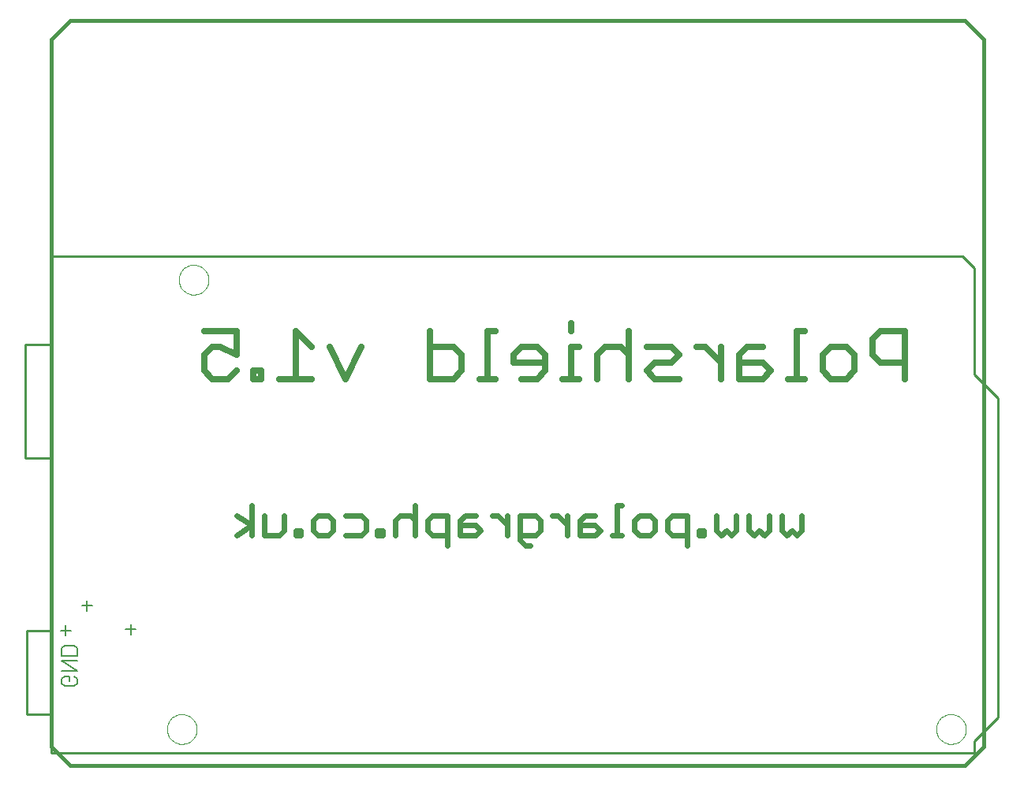
<source format=gbo>
G75*
G70*
%OFA0B0*%
%FSLAX24Y24*%
%IPPOS*%
%LPD*%
%AMOC8*
5,1,8,0,0,1.08239X$1,22.5*
%
%ADD10C,0.0160*%
%ADD11C,0.0280*%
%ADD12C,0.0230*%
%ADD13C,0.0060*%
%ADD14C,0.0100*%
%ADD15C,0.0000*%
D10*
X003160Y001147D02*
X003947Y000359D01*
X041743Y000359D01*
X042530Y001147D01*
X042530Y031068D01*
X041743Y031855D01*
X003947Y031855D01*
X003160Y031068D01*
X003160Y001147D01*
D11*
X009953Y016704D02*
X010627Y016704D01*
X010964Y017041D01*
X010964Y017715D02*
X010290Y018052D01*
X009953Y018052D01*
X009616Y017715D01*
X009616Y017041D01*
X009953Y016704D01*
X010964Y017715D02*
X010964Y018726D01*
X009616Y018726D01*
X011686Y017041D02*
X011686Y016704D01*
X012023Y016704D01*
X012023Y017041D01*
X011686Y017041D01*
X012793Y016704D02*
X014140Y016704D01*
X013466Y016704D02*
X013466Y018726D01*
X014140Y018052D01*
X014910Y018052D02*
X015584Y016704D01*
X016258Y018052D01*
X019146Y018052D02*
X020157Y018052D01*
X020494Y017715D01*
X020494Y017041D01*
X020157Y016704D01*
X019146Y016704D01*
X019146Y018726D01*
X021569Y018726D02*
X021569Y016704D01*
X021906Y016704D02*
X021232Y016704D01*
X022676Y017378D02*
X024023Y017378D01*
X024023Y017041D02*
X024023Y017715D01*
X023687Y018052D01*
X023013Y018052D01*
X022676Y017715D01*
X022676Y017378D01*
X023013Y016704D02*
X023687Y016704D01*
X024023Y017041D01*
X024761Y016704D02*
X025435Y016704D01*
X025098Y016704D02*
X025098Y018052D01*
X025435Y018052D01*
X025098Y018726D02*
X025098Y019063D01*
X026205Y017715D02*
X026542Y018052D01*
X027216Y018052D01*
X027553Y017715D01*
X028323Y018052D02*
X029334Y018052D01*
X029671Y017715D01*
X029334Y017378D01*
X028660Y017378D01*
X028323Y017041D01*
X028660Y016704D01*
X029671Y016704D01*
X030425Y018052D02*
X030762Y018052D01*
X031436Y017378D01*
X031436Y016704D02*
X031436Y018052D01*
X032206Y017715D02*
X032206Y016704D01*
X033217Y016704D01*
X033554Y017041D01*
X033217Y017378D01*
X032206Y017378D01*
X032206Y017715D02*
X032543Y018052D01*
X033217Y018052D01*
X034629Y018726D02*
X034629Y016704D01*
X034965Y016704D02*
X034292Y016704D01*
X035735Y017041D02*
X035735Y017715D01*
X036072Y018052D01*
X036746Y018052D01*
X037083Y017715D01*
X037083Y017041D01*
X036746Y016704D01*
X036072Y016704D01*
X035735Y017041D01*
X034965Y018726D02*
X034629Y018726D01*
X037853Y018389D02*
X037853Y017715D01*
X038190Y017378D01*
X039201Y017378D01*
X039201Y016704D02*
X039201Y018726D01*
X038190Y018726D01*
X037853Y018389D01*
X027553Y018726D02*
X027553Y016704D01*
X026205Y016704D02*
X026205Y017715D01*
X021906Y018726D02*
X021569Y018726D01*
D12*
X018512Y011359D02*
X018512Y010088D01*
X019046Y010300D02*
X019046Y010724D01*
X019258Y010936D01*
X019893Y010936D01*
X019893Y009665D01*
X019893Y010088D02*
X019258Y010088D01*
X019046Y010300D01*
X018512Y010724D02*
X018300Y010936D01*
X017877Y010936D01*
X017665Y010724D01*
X017665Y010088D01*
X017131Y010088D02*
X016919Y010088D01*
X016919Y010300D01*
X017131Y010300D01*
X017131Y010088D01*
X016440Y010300D02*
X016440Y010724D01*
X016228Y010936D01*
X015593Y010936D01*
X015059Y010724D02*
X015059Y010300D01*
X014847Y010088D01*
X014424Y010088D01*
X014212Y010300D01*
X014212Y010724D01*
X014424Y010936D01*
X014847Y010936D01*
X015059Y010724D01*
X015593Y010088D02*
X016228Y010088D01*
X016440Y010300D01*
X013678Y010300D02*
X013466Y010300D01*
X013466Y010088D01*
X013678Y010088D01*
X013678Y010300D01*
X012987Y010300D02*
X012775Y010088D01*
X012140Y010088D01*
X012140Y010936D01*
X011606Y011359D02*
X011606Y010088D01*
X011606Y010512D02*
X010971Y010936D01*
X011606Y010512D02*
X010971Y010088D01*
X012987Y010300D02*
X012987Y010936D01*
X020427Y010724D02*
X020427Y010088D01*
X021063Y010088D01*
X021274Y010300D01*
X021063Y010512D01*
X020427Y010512D01*
X020427Y010724D02*
X020639Y010936D01*
X021063Y010936D01*
X021790Y010936D02*
X022002Y010936D01*
X022425Y010512D01*
X022425Y010088D02*
X022425Y010936D01*
X022959Y010936D02*
X023595Y010936D01*
X023807Y010724D01*
X023807Y010300D01*
X023595Y010088D01*
X022959Y010088D01*
X022959Y009877D02*
X022959Y010936D01*
X022959Y009877D02*
X023171Y009665D01*
X023383Y009665D01*
X024322Y010936D02*
X024534Y010936D01*
X024958Y010512D01*
X024958Y010088D02*
X024958Y010936D01*
X025491Y010724D02*
X025491Y010088D01*
X026127Y010088D01*
X026339Y010300D01*
X026127Y010512D01*
X025491Y010512D01*
X025491Y010724D02*
X025703Y010936D01*
X026127Y010936D01*
X026836Y010088D02*
X027260Y010088D01*
X027048Y010088D02*
X027048Y011359D01*
X027260Y011359D01*
X027793Y010724D02*
X028005Y010936D01*
X028429Y010936D01*
X028641Y010724D01*
X028641Y010300D01*
X028429Y010088D01*
X028005Y010088D01*
X027793Y010300D01*
X027793Y010724D01*
X029175Y010724D02*
X029175Y010300D01*
X029386Y010088D01*
X030022Y010088D01*
X030501Y010088D02*
X030712Y010088D01*
X030712Y010300D01*
X030501Y010300D01*
X030501Y010088D01*
X030022Y009665D02*
X030022Y010936D01*
X029386Y010936D01*
X029175Y010724D01*
X031246Y010936D02*
X031246Y010300D01*
X031458Y010088D01*
X031670Y010300D01*
X031882Y010088D01*
X032094Y010300D01*
X032094Y010936D01*
X032627Y010936D02*
X032627Y010300D01*
X032839Y010088D01*
X033051Y010300D01*
X033263Y010088D01*
X033475Y010300D01*
X033475Y010936D01*
X034009Y010936D02*
X034009Y010300D01*
X034220Y010088D01*
X034432Y010300D01*
X034644Y010088D01*
X034856Y010300D01*
X034856Y010936D01*
D13*
X006717Y006109D02*
X006290Y006109D01*
X006504Y005896D02*
X006504Y006323D01*
X004867Y007109D02*
X004440Y007109D01*
X004654Y006896D02*
X004654Y007323D01*
X003754Y006273D02*
X003754Y005846D01*
X003540Y006059D02*
X003967Y006059D01*
X004124Y005422D02*
X003697Y005422D01*
X003590Y005315D01*
X003590Y004995D01*
X004231Y004995D01*
X004231Y005315D01*
X004124Y005422D01*
X004231Y004777D02*
X003590Y004777D01*
X004231Y004350D01*
X003590Y004350D01*
X003697Y004133D02*
X003910Y004133D01*
X003910Y003919D01*
X003697Y003706D02*
X003590Y003812D01*
X003590Y004026D01*
X003697Y004133D01*
X004124Y004133D02*
X004231Y004026D01*
X004231Y003812D01*
X004124Y003706D01*
X003697Y003706D01*
D14*
X003160Y000891D02*
X042160Y000891D01*
X042160Y001391D01*
X043160Y002391D01*
X043160Y015891D01*
X042160Y016891D01*
X042160Y021391D01*
X041660Y021891D01*
X003160Y021891D01*
X003160Y018151D01*
X002058Y018151D01*
X002058Y013347D01*
X003160Y013347D01*
X003160Y000891D01*
X003121Y002521D02*
X002105Y002521D01*
X002105Y006064D01*
X003121Y006064D01*
X003160Y013347D02*
X003160Y018151D01*
D15*
X008530Y020891D02*
X008532Y020941D01*
X008538Y020991D01*
X008548Y021040D01*
X008562Y021088D01*
X008579Y021135D01*
X008600Y021180D01*
X008625Y021224D01*
X008653Y021265D01*
X008685Y021304D01*
X008719Y021341D01*
X008756Y021375D01*
X008796Y021405D01*
X008838Y021432D01*
X008882Y021456D01*
X008928Y021477D01*
X008975Y021493D01*
X009023Y021506D01*
X009073Y021515D01*
X009122Y021520D01*
X009173Y021521D01*
X009223Y021518D01*
X009272Y021511D01*
X009321Y021500D01*
X009369Y021485D01*
X009415Y021467D01*
X009460Y021445D01*
X009503Y021419D01*
X009544Y021390D01*
X009583Y021358D01*
X009619Y021323D01*
X009651Y021285D01*
X009681Y021245D01*
X009708Y021202D01*
X009731Y021158D01*
X009750Y021112D01*
X009766Y021064D01*
X009778Y021015D01*
X009786Y020966D01*
X009790Y020916D01*
X009790Y020866D01*
X009786Y020816D01*
X009778Y020767D01*
X009766Y020718D01*
X009750Y020670D01*
X009731Y020624D01*
X009708Y020580D01*
X009681Y020537D01*
X009651Y020497D01*
X009619Y020459D01*
X009583Y020424D01*
X009544Y020392D01*
X009503Y020363D01*
X009460Y020337D01*
X009415Y020315D01*
X009369Y020297D01*
X009321Y020282D01*
X009272Y020271D01*
X009223Y020264D01*
X009173Y020261D01*
X009122Y020262D01*
X009073Y020267D01*
X009023Y020276D01*
X008975Y020289D01*
X008928Y020305D01*
X008882Y020326D01*
X008838Y020350D01*
X008796Y020377D01*
X008756Y020407D01*
X008719Y020441D01*
X008685Y020478D01*
X008653Y020517D01*
X008625Y020558D01*
X008600Y020602D01*
X008579Y020647D01*
X008562Y020694D01*
X008548Y020742D01*
X008538Y020791D01*
X008532Y020841D01*
X008530Y020891D01*
X008030Y001891D02*
X008032Y001941D01*
X008038Y001991D01*
X008048Y002040D01*
X008062Y002088D01*
X008079Y002135D01*
X008100Y002180D01*
X008125Y002224D01*
X008153Y002265D01*
X008185Y002304D01*
X008219Y002341D01*
X008256Y002375D01*
X008296Y002405D01*
X008338Y002432D01*
X008382Y002456D01*
X008428Y002477D01*
X008475Y002493D01*
X008523Y002506D01*
X008573Y002515D01*
X008622Y002520D01*
X008673Y002521D01*
X008723Y002518D01*
X008772Y002511D01*
X008821Y002500D01*
X008869Y002485D01*
X008915Y002467D01*
X008960Y002445D01*
X009003Y002419D01*
X009044Y002390D01*
X009083Y002358D01*
X009119Y002323D01*
X009151Y002285D01*
X009181Y002245D01*
X009208Y002202D01*
X009231Y002158D01*
X009250Y002112D01*
X009266Y002064D01*
X009278Y002015D01*
X009286Y001966D01*
X009290Y001916D01*
X009290Y001866D01*
X009286Y001816D01*
X009278Y001767D01*
X009266Y001718D01*
X009250Y001670D01*
X009231Y001624D01*
X009208Y001580D01*
X009181Y001537D01*
X009151Y001497D01*
X009119Y001459D01*
X009083Y001424D01*
X009044Y001392D01*
X009003Y001363D01*
X008960Y001337D01*
X008915Y001315D01*
X008869Y001297D01*
X008821Y001282D01*
X008772Y001271D01*
X008723Y001264D01*
X008673Y001261D01*
X008622Y001262D01*
X008573Y001267D01*
X008523Y001276D01*
X008475Y001289D01*
X008428Y001305D01*
X008382Y001326D01*
X008338Y001350D01*
X008296Y001377D01*
X008256Y001407D01*
X008219Y001441D01*
X008185Y001478D01*
X008153Y001517D01*
X008125Y001558D01*
X008100Y001602D01*
X008079Y001647D01*
X008062Y001694D01*
X008048Y001742D01*
X008038Y001791D01*
X008032Y001841D01*
X008030Y001891D01*
X040530Y001891D02*
X040532Y001941D01*
X040538Y001991D01*
X040548Y002040D01*
X040562Y002088D01*
X040579Y002135D01*
X040600Y002180D01*
X040625Y002224D01*
X040653Y002265D01*
X040685Y002304D01*
X040719Y002341D01*
X040756Y002375D01*
X040796Y002405D01*
X040838Y002432D01*
X040882Y002456D01*
X040928Y002477D01*
X040975Y002493D01*
X041023Y002506D01*
X041073Y002515D01*
X041122Y002520D01*
X041173Y002521D01*
X041223Y002518D01*
X041272Y002511D01*
X041321Y002500D01*
X041369Y002485D01*
X041415Y002467D01*
X041460Y002445D01*
X041503Y002419D01*
X041544Y002390D01*
X041583Y002358D01*
X041619Y002323D01*
X041651Y002285D01*
X041681Y002245D01*
X041708Y002202D01*
X041731Y002158D01*
X041750Y002112D01*
X041766Y002064D01*
X041778Y002015D01*
X041786Y001966D01*
X041790Y001916D01*
X041790Y001866D01*
X041786Y001816D01*
X041778Y001767D01*
X041766Y001718D01*
X041750Y001670D01*
X041731Y001624D01*
X041708Y001580D01*
X041681Y001537D01*
X041651Y001497D01*
X041619Y001459D01*
X041583Y001424D01*
X041544Y001392D01*
X041503Y001363D01*
X041460Y001337D01*
X041415Y001315D01*
X041369Y001297D01*
X041321Y001282D01*
X041272Y001271D01*
X041223Y001264D01*
X041173Y001261D01*
X041122Y001262D01*
X041073Y001267D01*
X041023Y001276D01*
X040975Y001289D01*
X040928Y001305D01*
X040882Y001326D01*
X040838Y001350D01*
X040796Y001377D01*
X040756Y001407D01*
X040719Y001441D01*
X040685Y001478D01*
X040653Y001517D01*
X040625Y001558D01*
X040600Y001602D01*
X040579Y001647D01*
X040562Y001694D01*
X040548Y001742D01*
X040538Y001791D01*
X040532Y001841D01*
X040530Y001891D01*
M02*

</source>
